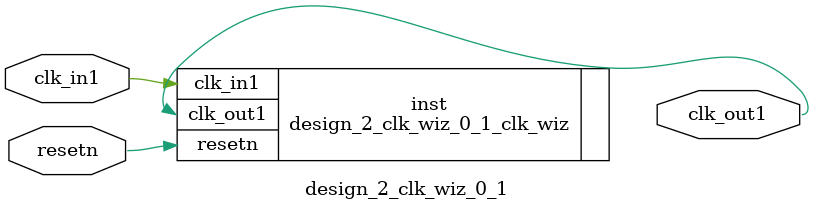
<source format=v>


`timescale 1ps/1ps

(* CORE_GENERATION_INFO = "design_2_clk_wiz_0_1,clk_wiz_v6_0_4_0_0,{component_name=design_2_clk_wiz_0_1,use_phase_alignment=false,use_min_o_jitter=false,use_max_i_jitter=false,use_dyn_phase_shift=false,use_inclk_switchover=false,use_dyn_reconfig=false,enable_axi=0,feedback_source=FDBK_AUTO,PRIMITIVE=MMCM,num_out_clk=1,clkin1_period=10.000,clkin2_period=10.000,use_power_down=false,use_reset=true,use_locked=false,use_inclk_stopped=false,feedback_type=SINGLE,CLOCK_MGR_TYPE=NA,manual_override=false}" *)

module design_2_clk_wiz_0_1 
 (
  // Clock out ports
  output        clk_out1,
  // Status and control signals
  input         resetn,
 // Clock in ports
  input         clk_in1
 );

  design_2_clk_wiz_0_1_clk_wiz inst
  (
  // Clock out ports  
  .clk_out1(clk_out1),
  // Status and control signals               
  .resetn(resetn), 
 // Clock in ports
  .clk_in1(clk_in1)
  );

endmodule

</source>
